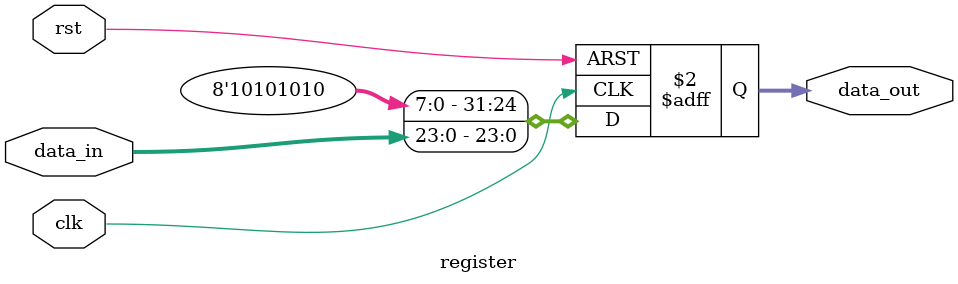
<source format=v>
module register 
#(parameter WIDTH=32)
(
input clk,
input rst,
input [WIDTH-1:0] data_in,
output reg [WIDTH-1:0] data_out);


always@(posedge clk or posedge rst)
begin 
if(rst)
data_out<=0;
else begin 
data_out[23:0]<=data_in[23:0];
data_out[31:24]<=8'b10101010;
end
end

endmodule



</source>
